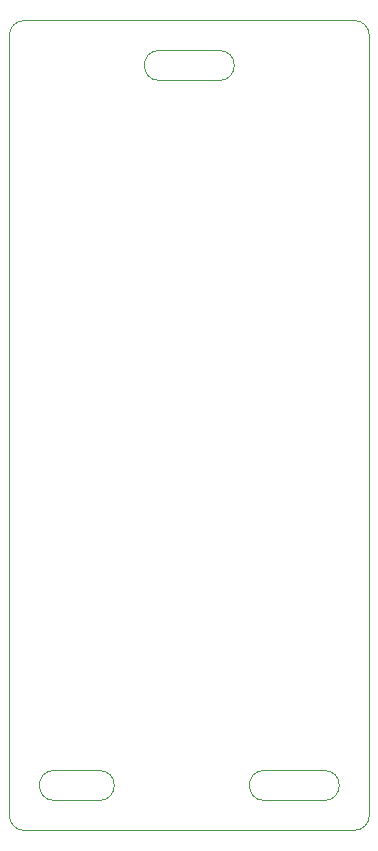
<source format=gbr>
G04 #@! TF.GenerationSoftware,KiCad,Pcbnew,5.1.5-52549c5~84~ubuntu18.04.1*
G04 #@! TF.CreationDate,2020-01-02T13:16:35+00:00*
G04 #@! TF.ProjectId,receiver,72656365-6976-4657-922e-6b696361645f,rev?*
G04 #@! TF.SameCoordinates,Original*
G04 #@! TF.FileFunction,Profile,NP*
%FSLAX46Y46*%
G04 Gerber Fmt 4.6, Leading zero omitted, Abs format (unit mm)*
G04 Created by KiCad (PCBNEW 5.1.5-52549c5~84~ubuntu18.04.1) date 2020-01-02 13:16:35*
%MOMM*%
%LPD*%
G04 APERTURE LIST*
%ADD10C,0.050000*%
G04 APERTURE END LIST*
D10*
X130810000Y-129540000D02*
X125730000Y-129540000D01*
X125730000Y-127000000D02*
X130810000Y-127000000D01*
X130810000Y-127000000D02*
G75*
G02X130810000Y-129540000I0J-1270000D01*
G01*
X125730000Y-129540000D02*
G75*
G02X125730000Y-127000000I0J1270000D01*
G01*
X134620000Y-64770000D02*
X134620000Y-130810000D01*
X105410000Y-63500000D02*
X133350000Y-63500000D01*
X104140000Y-130810000D02*
X104140000Y-64770000D01*
X133350000Y-132080000D02*
X105410000Y-132080000D01*
X105410000Y-132080000D02*
G75*
G02X104140000Y-130810000I0J1270000D01*
G01*
X134620000Y-130810000D02*
G75*
G02X133350000Y-132080000I-1270000J0D01*
G01*
X133350000Y-63500000D02*
G75*
G02X134620000Y-64770000I0J-1270000D01*
G01*
X104140000Y-64770000D02*
G75*
G02X105410000Y-63500000I1270000J0D01*
G01*
X116840000Y-68580000D02*
G75*
G02X116840000Y-66040000I0J1270000D01*
G01*
X121920000Y-66040000D02*
G75*
G02X121920000Y-68580000I0J-1270000D01*
G01*
X121920000Y-66040000D02*
X116840000Y-66040000D01*
X116840000Y-68580000D02*
X121920000Y-68580000D01*
X107950000Y-129540000D02*
G75*
G02X107950000Y-127000000I0J1270000D01*
G01*
X111760000Y-127000000D02*
G75*
G02X111760000Y-129540000I0J-1270000D01*
G01*
X111760000Y-129540000D02*
X107950000Y-129540000D01*
X107950000Y-127000000D02*
X111760000Y-127000000D01*
M02*

</source>
